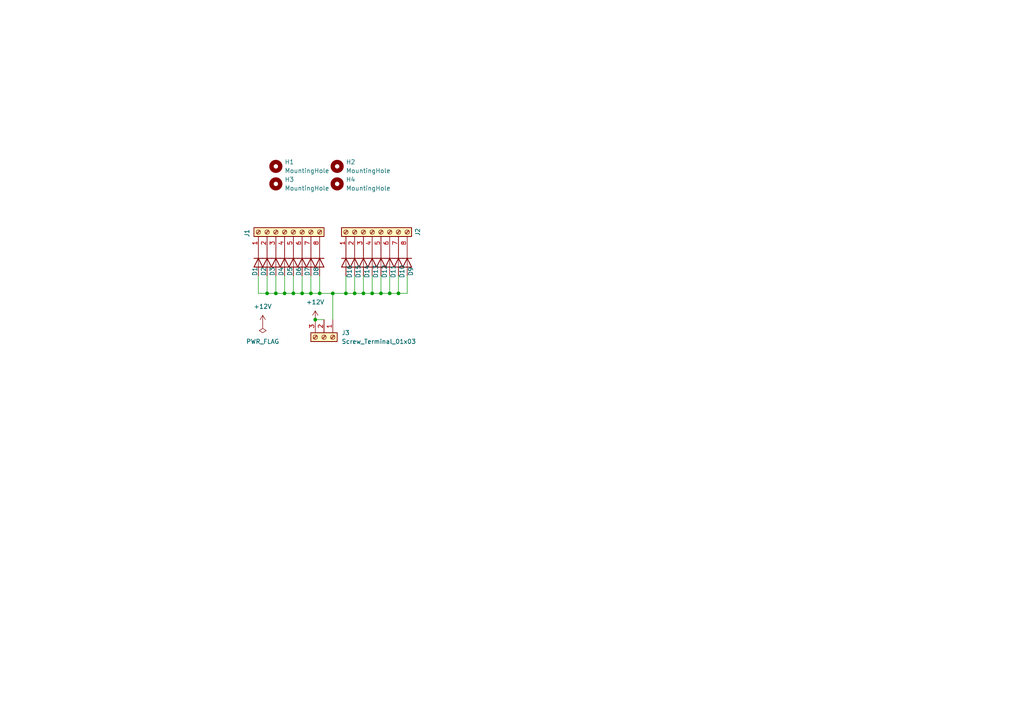
<source format=kicad_sch>
(kicad_sch (version 20231120) (generator "eeschema") (generator_version "8.0")
  (paper "A4")
  (lib_symbols
    (symbol "Connector:Screw_Terminal_01x03" (pin_names (offset 1.016) hide)
      (property "Reference" "J" (at 0 5.08 0))
      (property "Value" "Screw_Terminal_01x03" (at 0 -5.08 0))
      (symbol "Screw_Terminal_01x03_1_1"
        (rectangle (start -1.27 3.81) (end 1.27 -3.81) (stroke (width 0.254)) (fill (type background)))
        (circle (center 0 -2.54) (radius 0.635) (stroke (width 0.1524)))
        (polyline (pts (xy -0.5334 -2.2098) (xy 0.3302 -3.048)) (stroke (width 0.1524)))
        (polyline (pts (xy -0.5334 0.3302) (xy 0.3302 -0.508)) (stroke (width 0.1524)))
        (polyline (pts (xy -0.5334 2.8702) (xy 0.3302 2.032)) (stroke (width 0.1524)))
        (polyline (pts (xy -0.3556 -2.032) (xy 0.508 -2.8702)) (stroke (width 0.1524)))
        (polyline (pts (xy -0.3556 0.508) (xy 0.508 -0.3302)) (stroke (width 0.1524)))
        (polyline (pts (xy -0.3556 3.048) (xy 0.508 2.2098)) (stroke (width 0.1524)))
        (circle (center 0 0) (radius 0.635) (stroke (width 0.1524)))
        (circle (center 0 2.54) (radius 0.635) (stroke (width 0.1524)))
        (pin passive line (at -5.08 2.54 0) (length 3.81) (name "Pin_1") (number "1"))
        (pin passive line (at -5.08 0 0) (length 3.81) (name "Pin_2") (number "2"))
        (pin passive line (at -5.08 -2.54 0) (length 3.81) (name "Pin_3") (number "3"))
      )
    )
    (symbol "Connector:Screw_Terminal_01x08" (pin_names (offset 1.016) hide)
      (property "Reference" "J" (at 0 10.16 0))
      (property "Value" "Screw_Terminal_01x08" (at 0 -12.7 0))
      (symbol "Screw_Terminal_01x08_1_1"
        (rectangle (start -1.27 8.89) (end 1.27 -11.43) (stroke (width 0.254)) (fill (type background)))
        (circle (center 0 -10.16) (radius 0.635) (stroke (width 0.1524)))
        (circle (center 0 -7.62) (radius 0.635) (stroke (width 0.1524)))
        (circle (center 0 -5.08) (radius 0.635) (stroke (width 0.1524)))
        (circle (center 0 -2.54) (radius 0.635) (stroke (width 0.1524)))
        (polyline (pts (xy -0.5334 -9.8298) (xy 0.3302 -10.668)) (stroke (width 0.1524)))
        (polyline (pts (xy -0.5334 -7.2898) (xy 0.3302 -8.128)) (stroke (width 0.1524)))
        (polyline (pts (xy -0.5334 -4.7498) (xy 0.3302 -5.588)) (stroke (width 0.1524)))
        (polyline (pts (xy -0.5334 -2.2098) (xy 0.3302 -3.048)) (stroke (width 0.1524)))
        (polyline (pts (xy -0.5334 0.3302) (xy 0.3302 -0.508)) (stroke (width 0.1524)))
        (polyline (pts (xy -0.5334 2.8702) (xy 0.3302 2.032)) (stroke (width 0.1524)))
        (polyline (pts (xy -0.5334 5.4102) (xy 0.3302 4.572)) (stroke (width 0.1524)))
        (polyline (pts (xy -0.5334 7.9502) (xy 0.3302 7.112)) (stroke (width 0.1524)))
        (polyline (pts (xy -0.3556 -9.652) (xy 0.508 -10.4902)) (stroke (width 0.1524)))
        (polyline (pts (xy -0.3556 -7.112) (xy 0.508 -7.9502)) (stroke (width 0.1524)))
        (polyline (pts (xy -0.3556 -4.572) (xy 0.508 -5.4102)) (stroke (width 0.1524)))
        (polyline (pts (xy -0.3556 -2.032) (xy 0.508 -2.8702)) (stroke (width 0.1524)))
        (polyline (pts (xy -0.3556 0.508) (xy 0.508 -0.3302)) (stroke (width 0.1524)))
        (polyline (pts (xy -0.3556 3.048) (xy 0.508 2.2098)) (stroke (width 0.1524)))
        (polyline (pts (xy -0.3556 5.588) (xy 0.508 4.7498)) (stroke (width 0.1524)))
        (polyline (pts (xy -0.3556 8.128) (xy 0.508 7.2898)) (stroke (width 0.1524)))
        (circle (center 0 0) (radius 0.635) (stroke (width 0.1524)))
        (circle (center 0 2.54) (radius 0.635) (stroke (width 0.1524)))
        (circle (center 0 5.08) (radius 0.635) (stroke (width 0.1524)))
        (circle (center 0 7.62) (radius 0.635) (stroke (width 0.1524)))
        (pin passive line (at -5.08 7.62 0) (length 3.81) (name "Pin_1") (number "1"))
        (pin passive line (at -5.08 5.08 0) (length 3.81) (name "Pin_2") (number "2"))
        (pin passive line (at -5.08 2.54 0) (length 3.81) (name "Pin_3") (number "3"))
        (pin passive line (at -5.08 0 0) (length 3.81) (name "Pin_4") (number "4"))
        (pin passive line (at -5.08 -2.54 0) (length 3.81) (name "Pin_5") (number "5"))
        (pin passive line (at -5.08 -5.08 0) (length 3.81) (name "Pin_6") (number "6"))
        (pin passive line (at -5.08 -7.62 0) (length 3.81) (name "Pin_7") (number "7"))
        (pin passive line (at -5.08 -10.16 0) (length 3.81) (name "Pin_8") (number "8"))
      )
    )
    (symbol "Device:D" (pin_numbers hide) (pin_names (offset 1.016) hide)
      (property "Reference" "D" (at 0 2.54 0))
      (property "Value" "D" (at 0 -2.54 0))
      (symbol "D_0_1"
        (polyline (pts (xy -1.27 1.27) (xy -1.27 -1.27)) (stroke (width 0.254)))
        (polyline (pts (xy 1.27 0) (xy -1.27 0)))
        (polyline (pts (xy 1.27 1.27) (xy 1.27 -1.27) (xy -1.27 0) (xy 1.27 1.27)) (stroke (width 0.254)))
      )
      (symbol "D_1_1"
        (pin passive line (at -3.81 0 0) (length 2.54) (name "K") (number "1"))
        (pin passive line (at 3.81 0 180) (length 2.54) (name "A") (number "2"))
      )
    )
    (symbol "Mechanical:MountingHole" (pin_names (offset 1.016)) (exclude_from_sim yes) (in_bom no)
      (property "Reference" "H" (at 0 5.08 0))
      (property "Value" "MountingHole" (at 0 3.175 0))
      (symbol "MountingHole_0_1"
        (circle (center 0 0) (radius 1.27) (stroke (width 1.27)))
      )
    )
    (symbol "power:+12V" (power) (pin_numbers hide) (pin_names (offset 0) hide)
      (property "Value" "+12V" (at 0 3.556 0))
      (symbol "+12V_0_1"
        (polyline (pts (xy -0.762 1.27) (xy 0 2.54)))
        (polyline (pts (xy 0 0) (xy 0 2.54)))
        (polyline (pts (xy 0 2.54) (xy 0.762 1.27)))
      )
      (symbol "+12V_1_1"
        (pin power_in line (at 0 0 90) (length 0) (name "~") (number "1"))
      )
    )
    (symbol "power:PWR_FLAG" (power) (pin_numbers hide) (pin_names (offset 0) hide)
      (property "Value" "PWR_FLAG" (at 0 3.81 0))
      (symbol "PWR_FLAG_0_0"
        (pin power_out line (at 0 0 90) (length 0) (name "~") (number "1"))
      )
      (symbol "PWR_FLAG_0_1"
        (polyline (pts (xy 0 0) (xy 0 1.27) (xy -1.016 1.905) (xy 0 2.54) (xy 1.016 1.905) (xy 0 1.27)))
      )
    )
  )
  (junction (at 115.57 85.09))
  (junction (at 87.63 85.09))
  (junction (at 105.41 85.09))
  (junction (at 92.71 85.09))
  (junction (at 102.87 85.09))
  (junction (at 96.52 85.09))
  (junction (at 85.09 85.09))
  (junction (at 80.01 85.09))
  (junction (at 113.03 85.09))
  (junction (at 77.47 85.09))
  (junction (at 90.17 85.09))
  (junction (at 82.55 85.09))
  (junction (at 110.49 85.09))
  (junction (at 100.33 85.09))
  (junction (at 91.44 92.71))
  (junction (at 107.95 85.09))
  (wire (pts (xy 96.52 85.09) (xy 100.33 85.09)))
  (wire (pts (xy 100.33 85.09) (xy 102.87 85.09)))
  (wire (pts (xy 87.63 80.01) (xy 87.63 85.09)))
  (wire (pts (xy 90.17 80.01) (xy 90.17 85.09)))
  (wire (pts (xy 115.57 85.09) (xy 118.11 85.09)))
  (wire (pts (xy 115.57 80.01) (xy 115.57 85.09)))
  (wire (pts (xy 87.63 85.09) (xy 85.09 85.09)))
  (wire (pts (xy 100.33 80.01) (xy 100.33 85.09)))
  (wire (pts (xy 92.71 85.09) (xy 96.52 85.09)))
  (wire (pts (xy 92.71 85.09) (xy 90.17 85.09)))
  (wire (pts (xy 118.11 80.01) (xy 118.11 85.09)))
  (wire (pts (xy 80.01 85.09) (xy 77.47 85.09)))
  (wire (pts (xy 102.87 85.09) (xy 105.41 85.09)))
  (wire (pts (xy 92.71 80.01) (xy 92.71 85.09)))
  (wire (pts (xy 74.93 85.09) (xy 74.93 80.01)))
  (wire (pts (xy 91.44 92.71) (xy 93.98 92.71)))
  (wire (pts (xy 85.09 85.09) (xy 82.55 85.09)))
  (wire (pts (xy 80.01 80.01) (xy 80.01 85.09)))
  (wire (pts (xy 105.41 85.09) (xy 107.95 85.09)))
  (wire (pts (xy 107.95 80.01) (xy 107.95 85.09)))
  (wire (pts (xy 77.47 85.09) (xy 74.93 85.09)))
  (wire (pts (xy 82.55 80.01) (xy 82.55 85.09)))
  (wire (pts (xy 105.41 80.01) (xy 105.41 85.09)))
  (wire (pts (xy 85.09 80.01) (xy 85.09 85.09)))
  (wire (pts (xy 77.47 80.01) (xy 77.47 85.09)))
  (wire (pts (xy 107.95 85.09) (xy 110.49 85.09)))
  (wire (pts (xy 102.87 80.01) (xy 102.87 85.09)))
  (wire (pts (xy 90.17 85.09) (xy 87.63 85.09)))
  (wire (pts (xy 113.03 80.01) (xy 113.03 85.09)))
  (wire (pts (xy 82.55 85.09) (xy 80.01 85.09)))
  (wire (pts (xy 110.49 80.01) (xy 110.49 85.09)))
  (wire (pts (xy 113.03 85.09) (xy 115.57 85.09)))
  (wire (pts (xy 110.49 85.09) (xy 113.03 85.09)))
  (wire (pts (xy 96.52 85.09) (xy 96.52 92.71)))
  (symbol (lib_id "Device:D") (at 74.93 76.2 90) (mirror x) (unit 1)
    (property "Reference" "D1" (at 73.914 78.74 0))
    (property "Value" "D" (effects (hide yes)))
    (property "Footprint" "Diode_THT:D_5W_P10.16mm_Horizontal" (effects (hide yes)))
    (property "Description" "Diode" (effects (hide yes)))
    (property "Sim.Device" "D" (effects (hide yes)))
    (property "Sim.Pins" "1=K 2=A" (effects (hide yes)))
  )
  (symbol (lib_id "Connector:Screw_Terminal_01x03") (at 93.98 97.79 270) (unit 1)
    (property "Reference" "J3" (at 99.06 96.5199 90) (effects (justify left)))
    (property "Value" "Screw_Terminal_01x03" (at 99.06 99.0599 90) (effects (justify left)))
    (property "Footprint" "TerminalBlock_Phoenix:TerminalBlock_Phoenix_MKDS-1,5-3-5.08_1x03_P5.08mm_Horizontal" (effects (hide yes)))
    (property "Description" "Generic screw terminal, single row, 01x03, script generated (kicad-library-utils/schlib/autogen/connector/)" (effects (hide yes)))
  )
  (symbol (lib_id "Device:D") (at 115.57 76.2 270) (unit 1)
    (property "Reference" "D10" (at 116.586 78.74 0))
    (property "Value" "D" (effects (hide yes)))
    (property "Footprint" "Diode_THT:D_5W_P10.16mm_Horizontal" (effects (hide yes)))
    (property "Description" "Diode" (effects (hide yes)))
    (property "Sim.Device" "D" (effects (hide yes)))
    (property "Sim.Pins" "1=K 2=A" (effects (hide yes)))
  )
  (symbol (lib_id "Device:D") (at 118.11 76.2 270) (unit 1)
    (property "Reference" "D9" (at 119.126 78.74 0))
    (property "Value" "D" (effects (hide yes)))
    (property "Footprint" "Diode_THT:D_5W_P10.16mm_Horizontal" (effects (hide yes)))
    (property "Description" "Diode" (effects (hide yes)))
    (property "Sim.Device" "D" (effects (hide yes)))
    (property "Sim.Pins" "1=K 2=A" (effects (hide yes)))
  )
  (symbol (lib_id "Device:D") (at 92.71 76.2 90) (mirror x) (unit 1)
    (property "Reference" "D8" (at 91.694 78.74 0))
    (property "Value" "D" (effects (hide yes)))
    (property "Footprint" "Diode_THT:D_5W_P10.16mm_Horizontal" (effects (hide yes)))
    (property "Description" "Diode" (effects (hide yes)))
    (property "Sim.Device" "D" (effects (hide yes)))
    (property "Sim.Pins" "1=K 2=A" (effects (hide yes)))
  )
  (symbol (lib_id "Connector:Screw_Terminal_01x08") (at 82.55 67.31 90) (unit 1)
    (property "Reference" "J1" (at 71.628 68.834 0) (effects (justify left)))
    (property "Value" "Screw_Terminal_01x08" (effects (hide yes)))
    (property "Footprint" "TerminalBlock_Phoenix:TerminalBlock_Phoenix_MKDS-1,5-8-5.08_1x08_P5.08mm_Horizontal" (effects (hide yes)))
    (property "Description" "Generic screw terminal, single row, 01x08, script generated (kicad-library-utils/schlib/autogen/connector/)" (effects (hide yes)))
  )
  (symbol (lib_id "Device:D") (at 87.63 76.2 90) (mirror x) (unit 1)
    (property "Reference" "D6" (at 86.614 78.74 0))
    (property "Value" "D" (effects (hide yes)))
    (property "Footprint" "Diode_THT:D_5W_P10.16mm_Horizontal" (effects (hide yes)))
    (property "Description" "Diode" (effects (hide yes)))
    (property "Sim.Device" "D" (effects (hide yes)))
    (property "Sim.Pins" "1=K 2=A" (effects (hide yes)))
  )
  (symbol (lib_id "Mechanical:MountingHole") (at 97.79 48.26 0) (unit 1) (exclude_from_sim yes) (in_bom no)
    (property "Reference" "H2" (at 100.33 46.9899 0) (effects (justify left)))
    (property "Value" "MountingHole" (at 100.33 49.5299 0) (effects (justify left)))
    (property "Footprint" "MountingHole:MountingHole_3.2mm_M3" (effects (hide yes)))
    (property "Description" "Mounting Hole without connection" (effects (hide yes)))
  )
  (symbol (lib_id "power:+12V") (at 76.2 93.98 0) (unit 1)
    (property "Reference" "#PWR02" (effects (hide yes)))
    (property "Value" "+12V" (at 76.2 88.9 0))
    (property "Description" "Power symbol creates a global label with name \"+12V\"" (effects (hide yes)))
  )
  (symbol (lib_id "Mechanical:MountingHole") (at 97.79 53.34 0) (unit 1) (exclude_from_sim yes) (in_bom no)
    (property "Reference" "H4" (at 100.33 52.0699 0) (effects (justify left)))
    (property "Value" "MountingHole" (at 100.33 54.6099 0) (effects (justify left)))
    (property "Footprint" "MountingHole:MountingHole_3.2mm_M3" (effects (hide yes)))
    (property "Description" "Mounting Hole without connection" (effects (hide yes)))
  )
  (symbol (lib_id "Device:D") (at 107.95 76.2 270) (unit 1)
    (property "Reference" "D13" (at 108.966 78.74 0))
    (property "Value" "D" (effects (hide yes)))
    (property "Footprint" "Diode_THT:D_5W_P10.16mm_Horizontal" (effects (hide yes)))
    (property "Description" "Diode" (effects (hide yes)))
    (property "Sim.Device" "D" (effects (hide yes)))
    (property "Sim.Pins" "1=K 2=A" (effects (hide yes)))
  )
  (symbol (lib_id "Device:D") (at 80.01 76.2 90) (mirror x) (unit 1)
    (property "Reference" "D3" (at 78.994 78.74 0))
    (property "Value" "D" (effects (hide yes)))
    (property "Footprint" "Diode_THT:D_5W_P10.16mm_Horizontal" (effects (hide yes)))
    (property "Description" "Diode" (effects (hide yes)))
    (property "Sim.Device" "D" (effects (hide yes)))
    (property "Sim.Pins" "1=K 2=A" (effects (hide yes)))
  )
  (symbol (lib_id "power:PWR_FLAG") (at 76.2 93.98 180) (unit 1)
    (property "Reference" "#FLG01" (effects (hide yes)))
    (property "Value" "PWR_FLAG" (at 76.2 99.06 0))
    (property "Description" "Special symbol for telling ERC where power comes from" (effects (hide yes)))
  )
  (symbol (lib_id "Device:D") (at 77.47 76.2 90) (mirror x) (unit 1)
    (property "Reference" "D2" (at 76.454 78.74 0))
    (property "Value" "D" (effects (hide yes)))
    (property "Footprint" "Diode_THT:D_5W_P10.16mm_Horizontal" (effects (hide yes)))
    (property "Description" "Diode" (effects (hide yes)))
    (property "Sim.Device" "D" (effects (hide yes)))
    (property "Sim.Pins" "1=K 2=A" (effects (hide yes)))
  )
  (symbol (lib_id "Device:D") (at 90.17 76.2 90) (mirror x) (unit 1)
    (property "Reference" "D7" (at 89.154 78.74 0))
    (property "Value" "D" (effects (hide yes)))
    (property "Footprint" "Diode_THT:D_5W_P10.16mm_Horizontal" (effects (hide yes)))
    (property "Description" "Diode" (effects (hide yes)))
    (property "Sim.Device" "D" (effects (hide yes)))
    (property "Sim.Pins" "1=K 2=A" (effects (hide yes)))
  )
  (symbol (lib_id "Mechanical:MountingHole") (at 80.01 48.26 0) (unit 1) (exclude_from_sim yes) (in_bom no)
    (property "Reference" "H1" (at 82.55 46.9899 0) (effects (justify left)))
    (property "Value" "MountingHole" (at 82.55 49.5299 0) (effects (justify left)))
    (property "Footprint" "MountingHole:MountingHole_3.2mm_M3" (effects (hide yes)))
    (property "Description" "Mounting Hole without connection" (effects (hide yes)))
  )
  (symbol (lib_id "Device:D") (at 105.41 76.2 270) (unit 1)
    (property "Reference" "D14" (at 106.426 78.74 0))
    (property "Value" "D" (effects (hide yes)))
    (property "Footprint" "Diode_THT:D_5W_P10.16mm_Horizontal" (effects (hide yes)))
    (property "Description" "Diode" (effects (hide yes)))
    (property "Sim.Device" "D" (effects (hide yes)))
    (property "Sim.Pins" "1=K 2=A" (effects (hide yes)))
  )
  (symbol (lib_id "Mechanical:MountingHole") (at 80.01 53.34 0) (unit 1) (exclude_from_sim yes) (in_bom no)
    (property "Reference" "H3" (at 82.55 52.0699 0) (effects (justify left)))
    (property "Value" "MountingHole" (at 82.55 54.6099 0) (effects (justify left)))
    (property "Footprint" "MountingHole:MountingHole_3.2mm_M3" (effects (hide yes)))
    (property "Description" "Mounting Hole without connection" (effects (hide yes)))
  )
  (symbol (lib_id "power:+12V") (at 91.44 92.71 0) (unit 1)
    (property "Reference" "#PWR01" (effects (hide yes)))
    (property "Value" "+12V" (at 91.44 87.63 0))
    (property "Description" "Power symbol creates a global label with name \"+12V\"" (effects (hide yes)))
  )
  (symbol (lib_id "Device:D") (at 113.03 76.2 270) (unit 1)
    (property "Reference" "D11" (at 114.046 78.74 0))
    (property "Value" "D" (effects (hide yes)))
    (property "Footprint" "Diode_THT:D_5W_P10.16mm_Horizontal" (effects (hide yes)))
    (property "Description" "Diode" (effects (hide yes)))
    (property "Sim.Device" "D" (effects (hide yes)))
    (property "Sim.Pins" "1=K 2=A" (effects (hide yes)))
  )
  (symbol (lib_id "Device:D") (at 110.49 76.2 270) (unit 1)
    (property "Reference" "D12" (at 111.506 78.74 0))
    (property "Value" "D" (effects (hide yes)))
    (property "Footprint" "Diode_THT:D_5W_P10.16mm_Horizontal" (effects (hide yes)))
    (property "Description" "Diode" (effects (hide yes)))
    (property "Sim.Device" "D" (effects (hide yes)))
    (property "Sim.Pins" "1=K 2=A" (effects (hide yes)))
  )
  (symbol (lib_id "Device:D") (at 102.87 76.2 270) (unit 1)
    (property "Reference" "D15" (at 103.886 78.74 0))
    (property "Value" "D" (effects (hide yes)))
    (property "Footprint" "Diode_THT:D_5W_P10.16mm_Horizontal" (effects (hide yes)))
    (property "Description" "Diode" (effects (hide yes)))
    (property "Sim.Device" "D" (effects (hide yes)))
    (property "Sim.Pins" "1=K 2=A" (effects (hide yes)))
  )
  (symbol (lib_id "Device:D") (at 82.55 76.2 90) (mirror x) (unit 1)
    (property "Reference" "D4" (at 81.534 78.74 0))
    (property "Value" "D" (effects (hide yes)))
    (property "Footprint" "Diode_THT:D_5W_P10.16mm_Horizontal" (effects (hide yes)))
    (property "Description" "Diode" (effects (hide yes)))
    (property "Sim.Device" "D" (effects (hide yes)))
    (property "Sim.Pins" "1=K 2=A" (effects (hide yes)))
  )
  (symbol (lib_id "Device:D") (at 85.09 76.2 90) (mirror x) (unit 1)
    (property "Reference" "D5" (at 84.074 78.74 0))
    (property "Value" "D" (effects (hide yes)))
    (property "Footprint" "Diode_THT:D_5W_P10.16mm_Horizontal" (effects (hide yes)))
    (property "Description" "Diode" (effects (hide yes)))
    (property "Sim.Device" "D" (effects (hide yes)))
    (property "Sim.Pins" "1=K 2=A" (effects (hide yes)))
  )
  (symbol (lib_id "Device:D") (at 100.33 76.2 270) (unit 1)
    (property "Reference" "D16" (at 101.346 78.74 0))
    (property "Value" "D" (effects (hide yes)))
    (property "Footprint" "Diode_THT:D_5W_P10.16mm_Horizontal" (effects (hide yes)))
    (property "Description" "Diode" (effects (hide yes)))
    (property "Sim.Device" "D" (effects (hide yes)))
    (property "Sim.Pins" "1=K 2=A" (effects (hide yes)))
  )
  (symbol (lib_id "Connector:Screw_Terminal_01x08") (at 107.95 67.31 90) (unit 1)
    (property "Reference" "J2" (at 121.158 67.31 0))
    (property "Value" "Screw_Terminal_01x08" (effects (hide yes)))
    (property "Footprint" "TerminalBlock_Phoenix:TerminalBlock_Phoenix_MKDS-1,5-8-5.08_1x08_P5.08mm_Horizontal" (effects (hide yes)))
    (property "Description" "Generic screw terminal, single row, 01x08, script generated (kicad-library-utils/schlib/autogen/connector/)" (effects (hide yes)))
  )
)
</source>
